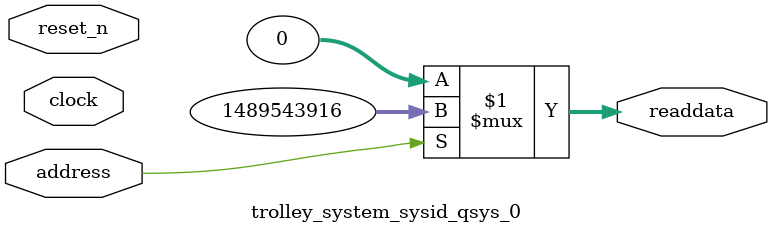
<source format=v>



// synthesis translate_off
`timescale 1ns / 1ps
// synthesis translate_on

// turn off superfluous verilog processor warnings 
// altera message_level Level1 
// altera message_off 10034 10035 10036 10037 10230 10240 10030 

module trolley_system_sysid_qsys_0 (
               // inputs:
                address,
                clock,
                reset_n,

               // outputs:
                readdata
             )
;

  output  [ 31: 0] readdata;
  input            address;
  input            clock;
  input            reset_n;

  wire    [ 31: 0] readdata;
  //control_slave, which is an e_avalon_slave
  assign readdata = address ? 1489543916 : 0;

endmodule



</source>
